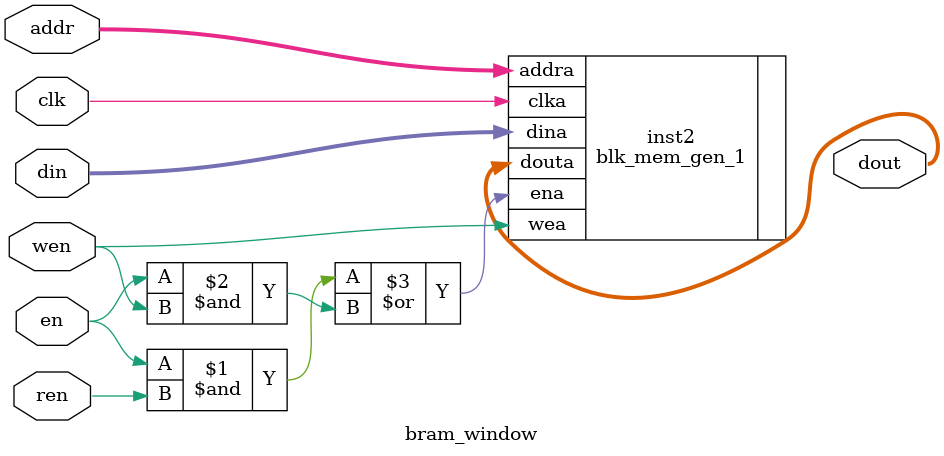
<source format=v>
`timescale 1ns / 1ps

module bram_window(clk, en, ren, wen, addr, din, dout);
input clk, en, wen, ren;
input [10:0] addr;
input [7:0] din;
output [7:0] dout;
blk_mem_gen_1 inst2(.clka(clk),.ena((en&ren)|(en&wen)),.wea(wen),.addra(addr),.dina(din),.douta(dout));


endmodule
</source>
